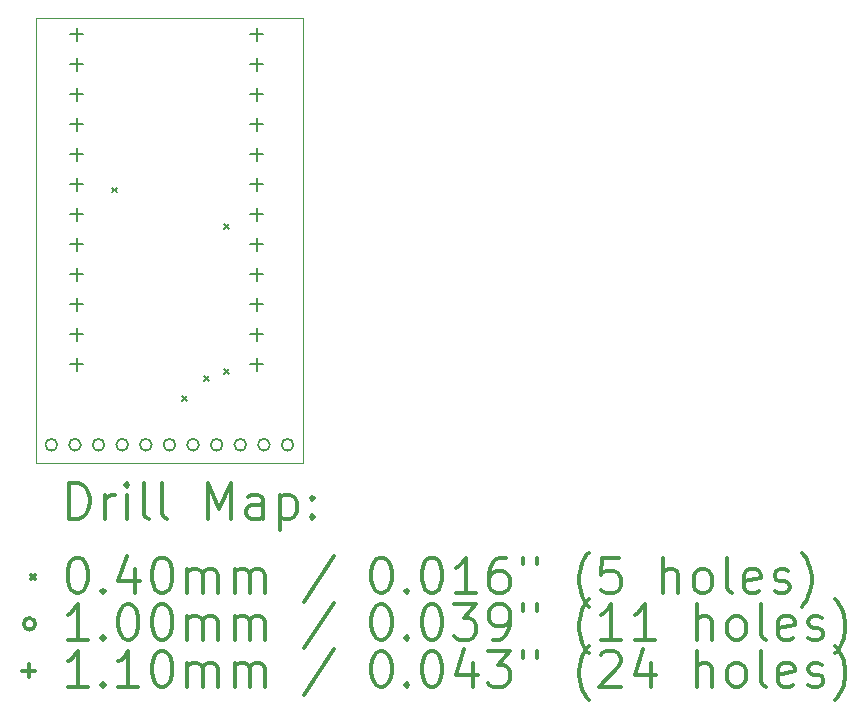
<source format=gbr>
%FSLAX45Y45*%
G04 Gerber Fmt 4.5, Leading zero omitted, Abs format (unit mm)*
G04 Created by KiCad (PCBNEW (5.1.9)-1) date 2021-12-26 22:52:55*
%MOMM*%
%LPD*%
G01*
G04 APERTURE LIST*
%TA.AperFunction,Profile*%
%ADD10C,0.050000*%
%TD*%
%ADD11C,0.200000*%
%ADD12C,0.300000*%
G04 APERTURE END LIST*
D10*
X14137640Y-7586472D02*
X14137640Y-7584440D01*
X16403320Y-7582916D02*
X14137640Y-7584440D01*
X16401796Y-11357356D02*
X16403320Y-7582916D01*
X14137132Y-11355832D02*
X14137640Y-7586472D01*
X16401796Y-11357356D02*
X14137132Y-11355832D01*
D11*
X14784390Y-9022654D02*
X14824390Y-9062654D01*
X14824390Y-9022654D02*
X14784390Y-9062654D01*
X15378496Y-10791256D02*
X15418496Y-10831256D01*
X15418496Y-10791256D02*
X15378496Y-10831256D01*
X15563916Y-10617012D02*
X15603916Y-10657012D01*
X15603916Y-10617012D02*
X15563916Y-10657012D01*
X15734604Y-9331772D02*
X15774604Y-9371772D01*
X15774604Y-9331772D02*
X15734604Y-9371772D01*
X15734604Y-10557068D02*
X15774604Y-10597068D01*
X15774604Y-10557068D02*
X15734604Y-10597068D01*
X14318956Y-11200000D02*
G75*
G03*
X14318956Y-11200000I-50000J0D01*
G01*
X14518956Y-11200000D02*
G75*
G03*
X14518956Y-11200000I-50000J0D01*
G01*
X14718956Y-11200000D02*
G75*
G03*
X14718956Y-11200000I-50000J0D01*
G01*
X14918956Y-11200000D02*
G75*
G03*
X14918956Y-11200000I-50000J0D01*
G01*
X15118956Y-11200000D02*
G75*
G03*
X15118956Y-11200000I-50000J0D01*
G01*
X15318956Y-11200000D02*
G75*
G03*
X15318956Y-11200000I-50000J0D01*
G01*
X15518956Y-11200000D02*
G75*
G03*
X15518956Y-11200000I-50000J0D01*
G01*
X15718956Y-11200000D02*
G75*
G03*
X15718956Y-11200000I-50000J0D01*
G01*
X15918956Y-11200000D02*
G75*
G03*
X15918956Y-11200000I-50000J0D01*
G01*
X16118956Y-11200000D02*
G75*
G03*
X16118956Y-11200000I-50000J0D01*
G01*
X16318956Y-11200000D02*
G75*
G03*
X16318956Y-11200000I-50000J0D01*
G01*
X14486128Y-7670664D02*
X14486128Y-7780664D01*
X14431128Y-7725664D02*
X14541128Y-7725664D01*
X14486128Y-7924664D02*
X14486128Y-8034664D01*
X14431128Y-7979664D02*
X14541128Y-7979664D01*
X14486128Y-8178664D02*
X14486128Y-8288664D01*
X14431128Y-8233664D02*
X14541128Y-8233664D01*
X14486128Y-8432664D02*
X14486128Y-8542664D01*
X14431128Y-8487664D02*
X14541128Y-8487664D01*
X14486128Y-8686664D02*
X14486128Y-8796664D01*
X14431128Y-8741664D02*
X14541128Y-8741664D01*
X14486128Y-8940664D02*
X14486128Y-9050664D01*
X14431128Y-8995664D02*
X14541128Y-8995664D01*
X14486128Y-9194664D02*
X14486128Y-9304664D01*
X14431128Y-9249664D02*
X14541128Y-9249664D01*
X14486128Y-9448664D02*
X14486128Y-9558664D01*
X14431128Y-9503664D02*
X14541128Y-9503664D01*
X14486128Y-9702664D02*
X14486128Y-9812664D01*
X14431128Y-9757664D02*
X14541128Y-9757664D01*
X14486128Y-9956664D02*
X14486128Y-10066664D01*
X14431128Y-10011664D02*
X14541128Y-10011664D01*
X14486128Y-10210664D02*
X14486128Y-10320664D01*
X14431128Y-10265664D02*
X14541128Y-10265664D01*
X14486128Y-10464664D02*
X14486128Y-10574664D01*
X14431128Y-10519664D02*
X14541128Y-10519664D01*
X16010128Y-7670664D02*
X16010128Y-7780664D01*
X15955128Y-7725664D02*
X16065128Y-7725664D01*
X16010128Y-7924664D02*
X16010128Y-8034664D01*
X15955128Y-7979664D02*
X16065128Y-7979664D01*
X16010128Y-8178664D02*
X16010128Y-8288664D01*
X15955128Y-8233664D02*
X16065128Y-8233664D01*
X16010128Y-8432664D02*
X16010128Y-8542664D01*
X15955128Y-8487664D02*
X16065128Y-8487664D01*
X16010128Y-8686664D02*
X16010128Y-8796664D01*
X15955128Y-8741664D02*
X16065128Y-8741664D01*
X16010128Y-8940664D02*
X16010128Y-9050664D01*
X15955128Y-8995664D02*
X16065128Y-8995664D01*
X16010128Y-9194664D02*
X16010128Y-9304664D01*
X15955128Y-9249664D02*
X16065128Y-9249664D01*
X16010128Y-9448664D02*
X16010128Y-9558664D01*
X15955128Y-9503664D02*
X16065128Y-9503664D01*
X16010128Y-9702664D02*
X16010128Y-9812664D01*
X15955128Y-9757664D02*
X16065128Y-9757664D01*
X16010128Y-9956664D02*
X16010128Y-10066664D01*
X15955128Y-10011664D02*
X16065128Y-10011664D01*
X16010128Y-10210664D02*
X16010128Y-10320664D01*
X15955128Y-10265664D02*
X16065128Y-10265664D01*
X16010128Y-10464664D02*
X16010128Y-10574664D01*
X15955128Y-10519664D02*
X16065128Y-10519664D01*
D12*
X14421060Y-11825570D02*
X14421060Y-11525570D01*
X14492489Y-11525570D01*
X14535346Y-11539856D01*
X14563918Y-11568427D01*
X14578203Y-11596999D01*
X14592489Y-11654142D01*
X14592489Y-11696999D01*
X14578203Y-11754142D01*
X14563918Y-11782713D01*
X14535346Y-11811285D01*
X14492489Y-11825570D01*
X14421060Y-11825570D01*
X14721060Y-11825570D02*
X14721060Y-11625570D01*
X14721060Y-11682713D02*
X14735346Y-11654142D01*
X14749632Y-11639856D01*
X14778203Y-11625570D01*
X14806775Y-11625570D01*
X14906775Y-11825570D02*
X14906775Y-11625570D01*
X14906775Y-11525570D02*
X14892489Y-11539856D01*
X14906775Y-11554142D01*
X14921060Y-11539856D01*
X14906775Y-11525570D01*
X14906775Y-11554142D01*
X15092489Y-11825570D02*
X15063918Y-11811285D01*
X15049632Y-11782713D01*
X15049632Y-11525570D01*
X15249632Y-11825570D02*
X15221060Y-11811285D01*
X15206775Y-11782713D01*
X15206775Y-11525570D01*
X15592489Y-11825570D02*
X15592489Y-11525570D01*
X15692489Y-11739856D01*
X15792489Y-11525570D01*
X15792489Y-11825570D01*
X16063918Y-11825570D02*
X16063918Y-11668427D01*
X16049632Y-11639856D01*
X16021060Y-11625570D01*
X15963918Y-11625570D01*
X15935346Y-11639856D01*
X16063918Y-11811285D02*
X16035346Y-11825570D01*
X15963918Y-11825570D01*
X15935346Y-11811285D01*
X15921060Y-11782713D01*
X15921060Y-11754142D01*
X15935346Y-11725570D01*
X15963918Y-11711285D01*
X16035346Y-11711285D01*
X16063918Y-11696999D01*
X16206775Y-11625570D02*
X16206775Y-11925570D01*
X16206775Y-11639856D02*
X16235346Y-11625570D01*
X16292489Y-11625570D01*
X16321060Y-11639856D01*
X16335346Y-11654142D01*
X16349632Y-11682713D01*
X16349632Y-11768427D01*
X16335346Y-11796999D01*
X16321060Y-11811285D01*
X16292489Y-11825570D01*
X16235346Y-11825570D01*
X16206775Y-11811285D01*
X16478203Y-11796999D02*
X16492489Y-11811285D01*
X16478203Y-11825570D01*
X16463918Y-11811285D01*
X16478203Y-11796999D01*
X16478203Y-11825570D01*
X16478203Y-11639856D02*
X16492489Y-11654142D01*
X16478203Y-11668427D01*
X16463918Y-11654142D01*
X16478203Y-11639856D01*
X16478203Y-11668427D01*
X14094632Y-12299856D02*
X14134632Y-12339856D01*
X14134632Y-12299856D02*
X14094632Y-12339856D01*
X14478203Y-12155570D02*
X14506775Y-12155570D01*
X14535346Y-12169856D01*
X14549632Y-12184142D01*
X14563918Y-12212713D01*
X14578203Y-12269856D01*
X14578203Y-12341285D01*
X14563918Y-12398427D01*
X14549632Y-12426999D01*
X14535346Y-12441285D01*
X14506775Y-12455570D01*
X14478203Y-12455570D01*
X14449632Y-12441285D01*
X14435346Y-12426999D01*
X14421060Y-12398427D01*
X14406775Y-12341285D01*
X14406775Y-12269856D01*
X14421060Y-12212713D01*
X14435346Y-12184142D01*
X14449632Y-12169856D01*
X14478203Y-12155570D01*
X14706775Y-12426999D02*
X14721060Y-12441285D01*
X14706775Y-12455570D01*
X14692489Y-12441285D01*
X14706775Y-12426999D01*
X14706775Y-12455570D01*
X14978203Y-12255570D02*
X14978203Y-12455570D01*
X14906775Y-12141285D02*
X14835346Y-12355570D01*
X15021060Y-12355570D01*
X15192489Y-12155570D02*
X15221060Y-12155570D01*
X15249632Y-12169856D01*
X15263918Y-12184142D01*
X15278203Y-12212713D01*
X15292489Y-12269856D01*
X15292489Y-12341285D01*
X15278203Y-12398427D01*
X15263918Y-12426999D01*
X15249632Y-12441285D01*
X15221060Y-12455570D01*
X15192489Y-12455570D01*
X15163918Y-12441285D01*
X15149632Y-12426999D01*
X15135346Y-12398427D01*
X15121060Y-12341285D01*
X15121060Y-12269856D01*
X15135346Y-12212713D01*
X15149632Y-12184142D01*
X15163918Y-12169856D01*
X15192489Y-12155570D01*
X15421060Y-12455570D02*
X15421060Y-12255570D01*
X15421060Y-12284142D02*
X15435346Y-12269856D01*
X15463918Y-12255570D01*
X15506775Y-12255570D01*
X15535346Y-12269856D01*
X15549632Y-12298427D01*
X15549632Y-12455570D01*
X15549632Y-12298427D02*
X15563918Y-12269856D01*
X15592489Y-12255570D01*
X15635346Y-12255570D01*
X15663918Y-12269856D01*
X15678203Y-12298427D01*
X15678203Y-12455570D01*
X15821060Y-12455570D02*
X15821060Y-12255570D01*
X15821060Y-12284142D02*
X15835346Y-12269856D01*
X15863918Y-12255570D01*
X15906775Y-12255570D01*
X15935346Y-12269856D01*
X15949632Y-12298427D01*
X15949632Y-12455570D01*
X15949632Y-12298427D02*
X15963918Y-12269856D01*
X15992489Y-12255570D01*
X16035346Y-12255570D01*
X16063918Y-12269856D01*
X16078203Y-12298427D01*
X16078203Y-12455570D01*
X16663918Y-12141285D02*
X16406775Y-12526999D01*
X17049632Y-12155570D02*
X17078203Y-12155570D01*
X17106775Y-12169856D01*
X17121060Y-12184142D01*
X17135346Y-12212713D01*
X17149632Y-12269856D01*
X17149632Y-12341285D01*
X17135346Y-12398427D01*
X17121060Y-12426999D01*
X17106775Y-12441285D01*
X17078203Y-12455570D01*
X17049632Y-12455570D01*
X17021060Y-12441285D01*
X17006775Y-12426999D01*
X16992489Y-12398427D01*
X16978203Y-12341285D01*
X16978203Y-12269856D01*
X16992489Y-12212713D01*
X17006775Y-12184142D01*
X17021060Y-12169856D01*
X17049632Y-12155570D01*
X17278203Y-12426999D02*
X17292489Y-12441285D01*
X17278203Y-12455570D01*
X17263918Y-12441285D01*
X17278203Y-12426999D01*
X17278203Y-12455570D01*
X17478203Y-12155570D02*
X17506775Y-12155570D01*
X17535346Y-12169856D01*
X17549632Y-12184142D01*
X17563918Y-12212713D01*
X17578203Y-12269856D01*
X17578203Y-12341285D01*
X17563918Y-12398427D01*
X17549632Y-12426999D01*
X17535346Y-12441285D01*
X17506775Y-12455570D01*
X17478203Y-12455570D01*
X17449632Y-12441285D01*
X17435346Y-12426999D01*
X17421060Y-12398427D01*
X17406775Y-12341285D01*
X17406775Y-12269856D01*
X17421060Y-12212713D01*
X17435346Y-12184142D01*
X17449632Y-12169856D01*
X17478203Y-12155570D01*
X17863918Y-12455570D02*
X17692489Y-12455570D01*
X17778203Y-12455570D02*
X17778203Y-12155570D01*
X17749632Y-12198427D01*
X17721060Y-12226999D01*
X17692489Y-12241285D01*
X18121060Y-12155570D02*
X18063918Y-12155570D01*
X18035346Y-12169856D01*
X18021060Y-12184142D01*
X17992489Y-12226999D01*
X17978203Y-12284142D01*
X17978203Y-12398427D01*
X17992489Y-12426999D01*
X18006775Y-12441285D01*
X18035346Y-12455570D01*
X18092489Y-12455570D01*
X18121060Y-12441285D01*
X18135346Y-12426999D01*
X18149632Y-12398427D01*
X18149632Y-12326999D01*
X18135346Y-12298427D01*
X18121060Y-12284142D01*
X18092489Y-12269856D01*
X18035346Y-12269856D01*
X18006775Y-12284142D01*
X17992489Y-12298427D01*
X17978203Y-12326999D01*
X18263918Y-12155570D02*
X18263918Y-12212713D01*
X18378203Y-12155570D02*
X18378203Y-12212713D01*
X18821060Y-12569856D02*
X18806775Y-12555570D01*
X18778203Y-12512713D01*
X18763918Y-12484142D01*
X18749632Y-12441285D01*
X18735346Y-12369856D01*
X18735346Y-12312713D01*
X18749632Y-12241285D01*
X18763918Y-12198427D01*
X18778203Y-12169856D01*
X18806775Y-12126999D01*
X18821060Y-12112713D01*
X19078203Y-12155570D02*
X18935346Y-12155570D01*
X18921060Y-12298427D01*
X18935346Y-12284142D01*
X18963918Y-12269856D01*
X19035346Y-12269856D01*
X19063918Y-12284142D01*
X19078203Y-12298427D01*
X19092489Y-12326999D01*
X19092489Y-12398427D01*
X19078203Y-12426999D01*
X19063918Y-12441285D01*
X19035346Y-12455570D01*
X18963918Y-12455570D01*
X18935346Y-12441285D01*
X18921060Y-12426999D01*
X19449632Y-12455570D02*
X19449632Y-12155570D01*
X19578203Y-12455570D02*
X19578203Y-12298427D01*
X19563918Y-12269856D01*
X19535346Y-12255570D01*
X19492489Y-12255570D01*
X19463918Y-12269856D01*
X19449632Y-12284142D01*
X19763918Y-12455570D02*
X19735346Y-12441285D01*
X19721060Y-12426999D01*
X19706775Y-12398427D01*
X19706775Y-12312713D01*
X19721060Y-12284142D01*
X19735346Y-12269856D01*
X19763918Y-12255570D01*
X19806775Y-12255570D01*
X19835346Y-12269856D01*
X19849632Y-12284142D01*
X19863918Y-12312713D01*
X19863918Y-12398427D01*
X19849632Y-12426999D01*
X19835346Y-12441285D01*
X19806775Y-12455570D01*
X19763918Y-12455570D01*
X20035346Y-12455570D02*
X20006775Y-12441285D01*
X19992489Y-12412713D01*
X19992489Y-12155570D01*
X20263918Y-12441285D02*
X20235346Y-12455570D01*
X20178203Y-12455570D01*
X20149632Y-12441285D01*
X20135346Y-12412713D01*
X20135346Y-12298427D01*
X20149632Y-12269856D01*
X20178203Y-12255570D01*
X20235346Y-12255570D01*
X20263918Y-12269856D01*
X20278203Y-12298427D01*
X20278203Y-12326999D01*
X20135346Y-12355570D01*
X20392489Y-12441285D02*
X20421060Y-12455570D01*
X20478203Y-12455570D01*
X20506775Y-12441285D01*
X20521060Y-12412713D01*
X20521060Y-12398427D01*
X20506775Y-12369856D01*
X20478203Y-12355570D01*
X20435346Y-12355570D01*
X20406775Y-12341285D01*
X20392489Y-12312713D01*
X20392489Y-12298427D01*
X20406775Y-12269856D01*
X20435346Y-12255570D01*
X20478203Y-12255570D01*
X20506775Y-12269856D01*
X20621060Y-12569856D02*
X20635346Y-12555570D01*
X20663918Y-12512713D01*
X20678203Y-12484142D01*
X20692489Y-12441285D01*
X20706775Y-12369856D01*
X20706775Y-12312713D01*
X20692489Y-12241285D01*
X20678203Y-12198427D01*
X20663918Y-12169856D01*
X20635346Y-12126999D01*
X20621060Y-12112713D01*
X14134632Y-12715856D02*
G75*
G03*
X14134632Y-12715856I-50000J0D01*
G01*
X14578203Y-12851570D02*
X14406775Y-12851570D01*
X14492489Y-12851570D02*
X14492489Y-12551570D01*
X14463918Y-12594427D01*
X14435346Y-12622999D01*
X14406775Y-12637285D01*
X14706775Y-12822999D02*
X14721060Y-12837285D01*
X14706775Y-12851570D01*
X14692489Y-12837285D01*
X14706775Y-12822999D01*
X14706775Y-12851570D01*
X14906775Y-12551570D02*
X14935346Y-12551570D01*
X14963918Y-12565856D01*
X14978203Y-12580142D01*
X14992489Y-12608713D01*
X15006775Y-12665856D01*
X15006775Y-12737285D01*
X14992489Y-12794427D01*
X14978203Y-12822999D01*
X14963918Y-12837285D01*
X14935346Y-12851570D01*
X14906775Y-12851570D01*
X14878203Y-12837285D01*
X14863918Y-12822999D01*
X14849632Y-12794427D01*
X14835346Y-12737285D01*
X14835346Y-12665856D01*
X14849632Y-12608713D01*
X14863918Y-12580142D01*
X14878203Y-12565856D01*
X14906775Y-12551570D01*
X15192489Y-12551570D02*
X15221060Y-12551570D01*
X15249632Y-12565856D01*
X15263918Y-12580142D01*
X15278203Y-12608713D01*
X15292489Y-12665856D01*
X15292489Y-12737285D01*
X15278203Y-12794427D01*
X15263918Y-12822999D01*
X15249632Y-12837285D01*
X15221060Y-12851570D01*
X15192489Y-12851570D01*
X15163918Y-12837285D01*
X15149632Y-12822999D01*
X15135346Y-12794427D01*
X15121060Y-12737285D01*
X15121060Y-12665856D01*
X15135346Y-12608713D01*
X15149632Y-12580142D01*
X15163918Y-12565856D01*
X15192489Y-12551570D01*
X15421060Y-12851570D02*
X15421060Y-12651570D01*
X15421060Y-12680142D02*
X15435346Y-12665856D01*
X15463918Y-12651570D01*
X15506775Y-12651570D01*
X15535346Y-12665856D01*
X15549632Y-12694427D01*
X15549632Y-12851570D01*
X15549632Y-12694427D02*
X15563918Y-12665856D01*
X15592489Y-12651570D01*
X15635346Y-12651570D01*
X15663918Y-12665856D01*
X15678203Y-12694427D01*
X15678203Y-12851570D01*
X15821060Y-12851570D02*
X15821060Y-12651570D01*
X15821060Y-12680142D02*
X15835346Y-12665856D01*
X15863918Y-12651570D01*
X15906775Y-12651570D01*
X15935346Y-12665856D01*
X15949632Y-12694427D01*
X15949632Y-12851570D01*
X15949632Y-12694427D02*
X15963918Y-12665856D01*
X15992489Y-12651570D01*
X16035346Y-12651570D01*
X16063918Y-12665856D01*
X16078203Y-12694427D01*
X16078203Y-12851570D01*
X16663918Y-12537285D02*
X16406775Y-12922999D01*
X17049632Y-12551570D02*
X17078203Y-12551570D01*
X17106775Y-12565856D01*
X17121060Y-12580142D01*
X17135346Y-12608713D01*
X17149632Y-12665856D01*
X17149632Y-12737285D01*
X17135346Y-12794427D01*
X17121060Y-12822999D01*
X17106775Y-12837285D01*
X17078203Y-12851570D01*
X17049632Y-12851570D01*
X17021060Y-12837285D01*
X17006775Y-12822999D01*
X16992489Y-12794427D01*
X16978203Y-12737285D01*
X16978203Y-12665856D01*
X16992489Y-12608713D01*
X17006775Y-12580142D01*
X17021060Y-12565856D01*
X17049632Y-12551570D01*
X17278203Y-12822999D02*
X17292489Y-12837285D01*
X17278203Y-12851570D01*
X17263918Y-12837285D01*
X17278203Y-12822999D01*
X17278203Y-12851570D01*
X17478203Y-12551570D02*
X17506775Y-12551570D01*
X17535346Y-12565856D01*
X17549632Y-12580142D01*
X17563918Y-12608713D01*
X17578203Y-12665856D01*
X17578203Y-12737285D01*
X17563918Y-12794427D01*
X17549632Y-12822999D01*
X17535346Y-12837285D01*
X17506775Y-12851570D01*
X17478203Y-12851570D01*
X17449632Y-12837285D01*
X17435346Y-12822999D01*
X17421060Y-12794427D01*
X17406775Y-12737285D01*
X17406775Y-12665856D01*
X17421060Y-12608713D01*
X17435346Y-12580142D01*
X17449632Y-12565856D01*
X17478203Y-12551570D01*
X17678203Y-12551570D02*
X17863918Y-12551570D01*
X17763918Y-12665856D01*
X17806775Y-12665856D01*
X17835346Y-12680142D01*
X17849632Y-12694427D01*
X17863918Y-12722999D01*
X17863918Y-12794427D01*
X17849632Y-12822999D01*
X17835346Y-12837285D01*
X17806775Y-12851570D01*
X17721060Y-12851570D01*
X17692489Y-12837285D01*
X17678203Y-12822999D01*
X18006775Y-12851570D02*
X18063918Y-12851570D01*
X18092489Y-12837285D01*
X18106775Y-12822999D01*
X18135346Y-12780142D01*
X18149632Y-12722999D01*
X18149632Y-12608713D01*
X18135346Y-12580142D01*
X18121060Y-12565856D01*
X18092489Y-12551570D01*
X18035346Y-12551570D01*
X18006775Y-12565856D01*
X17992489Y-12580142D01*
X17978203Y-12608713D01*
X17978203Y-12680142D01*
X17992489Y-12708713D01*
X18006775Y-12722999D01*
X18035346Y-12737285D01*
X18092489Y-12737285D01*
X18121060Y-12722999D01*
X18135346Y-12708713D01*
X18149632Y-12680142D01*
X18263918Y-12551570D02*
X18263918Y-12608713D01*
X18378203Y-12551570D02*
X18378203Y-12608713D01*
X18821060Y-12965856D02*
X18806775Y-12951570D01*
X18778203Y-12908713D01*
X18763918Y-12880142D01*
X18749632Y-12837285D01*
X18735346Y-12765856D01*
X18735346Y-12708713D01*
X18749632Y-12637285D01*
X18763918Y-12594427D01*
X18778203Y-12565856D01*
X18806775Y-12522999D01*
X18821060Y-12508713D01*
X19092489Y-12851570D02*
X18921060Y-12851570D01*
X19006775Y-12851570D02*
X19006775Y-12551570D01*
X18978203Y-12594427D01*
X18949632Y-12622999D01*
X18921060Y-12637285D01*
X19378203Y-12851570D02*
X19206775Y-12851570D01*
X19292489Y-12851570D02*
X19292489Y-12551570D01*
X19263918Y-12594427D01*
X19235346Y-12622999D01*
X19206775Y-12637285D01*
X19735346Y-12851570D02*
X19735346Y-12551570D01*
X19863918Y-12851570D02*
X19863918Y-12694427D01*
X19849632Y-12665856D01*
X19821060Y-12651570D01*
X19778203Y-12651570D01*
X19749632Y-12665856D01*
X19735346Y-12680142D01*
X20049632Y-12851570D02*
X20021060Y-12837285D01*
X20006775Y-12822999D01*
X19992489Y-12794427D01*
X19992489Y-12708713D01*
X20006775Y-12680142D01*
X20021060Y-12665856D01*
X20049632Y-12651570D01*
X20092489Y-12651570D01*
X20121060Y-12665856D01*
X20135346Y-12680142D01*
X20149632Y-12708713D01*
X20149632Y-12794427D01*
X20135346Y-12822999D01*
X20121060Y-12837285D01*
X20092489Y-12851570D01*
X20049632Y-12851570D01*
X20321060Y-12851570D02*
X20292489Y-12837285D01*
X20278203Y-12808713D01*
X20278203Y-12551570D01*
X20549632Y-12837285D02*
X20521060Y-12851570D01*
X20463918Y-12851570D01*
X20435346Y-12837285D01*
X20421060Y-12808713D01*
X20421060Y-12694427D01*
X20435346Y-12665856D01*
X20463918Y-12651570D01*
X20521060Y-12651570D01*
X20549632Y-12665856D01*
X20563918Y-12694427D01*
X20563918Y-12722999D01*
X20421060Y-12751570D01*
X20678203Y-12837285D02*
X20706775Y-12851570D01*
X20763918Y-12851570D01*
X20792489Y-12837285D01*
X20806775Y-12808713D01*
X20806775Y-12794427D01*
X20792489Y-12765856D01*
X20763918Y-12751570D01*
X20721060Y-12751570D01*
X20692489Y-12737285D01*
X20678203Y-12708713D01*
X20678203Y-12694427D01*
X20692489Y-12665856D01*
X20721060Y-12651570D01*
X20763918Y-12651570D01*
X20792489Y-12665856D01*
X20906775Y-12965856D02*
X20921060Y-12951570D01*
X20949632Y-12908713D01*
X20963918Y-12880142D01*
X20978203Y-12837285D01*
X20992489Y-12765856D01*
X20992489Y-12708713D01*
X20978203Y-12637285D01*
X20963918Y-12594427D01*
X20949632Y-12565856D01*
X20921060Y-12522999D01*
X20906775Y-12508713D01*
X14079632Y-13056856D02*
X14079632Y-13166856D01*
X14024632Y-13111856D02*
X14134632Y-13111856D01*
X14578203Y-13247570D02*
X14406775Y-13247570D01*
X14492489Y-13247570D02*
X14492489Y-12947570D01*
X14463918Y-12990427D01*
X14435346Y-13018999D01*
X14406775Y-13033285D01*
X14706775Y-13218999D02*
X14721060Y-13233285D01*
X14706775Y-13247570D01*
X14692489Y-13233285D01*
X14706775Y-13218999D01*
X14706775Y-13247570D01*
X15006775Y-13247570D02*
X14835346Y-13247570D01*
X14921060Y-13247570D02*
X14921060Y-12947570D01*
X14892489Y-12990427D01*
X14863918Y-13018999D01*
X14835346Y-13033285D01*
X15192489Y-12947570D02*
X15221060Y-12947570D01*
X15249632Y-12961856D01*
X15263918Y-12976142D01*
X15278203Y-13004713D01*
X15292489Y-13061856D01*
X15292489Y-13133285D01*
X15278203Y-13190427D01*
X15263918Y-13218999D01*
X15249632Y-13233285D01*
X15221060Y-13247570D01*
X15192489Y-13247570D01*
X15163918Y-13233285D01*
X15149632Y-13218999D01*
X15135346Y-13190427D01*
X15121060Y-13133285D01*
X15121060Y-13061856D01*
X15135346Y-13004713D01*
X15149632Y-12976142D01*
X15163918Y-12961856D01*
X15192489Y-12947570D01*
X15421060Y-13247570D02*
X15421060Y-13047570D01*
X15421060Y-13076142D02*
X15435346Y-13061856D01*
X15463918Y-13047570D01*
X15506775Y-13047570D01*
X15535346Y-13061856D01*
X15549632Y-13090427D01*
X15549632Y-13247570D01*
X15549632Y-13090427D02*
X15563918Y-13061856D01*
X15592489Y-13047570D01*
X15635346Y-13047570D01*
X15663918Y-13061856D01*
X15678203Y-13090427D01*
X15678203Y-13247570D01*
X15821060Y-13247570D02*
X15821060Y-13047570D01*
X15821060Y-13076142D02*
X15835346Y-13061856D01*
X15863918Y-13047570D01*
X15906775Y-13047570D01*
X15935346Y-13061856D01*
X15949632Y-13090427D01*
X15949632Y-13247570D01*
X15949632Y-13090427D02*
X15963918Y-13061856D01*
X15992489Y-13047570D01*
X16035346Y-13047570D01*
X16063918Y-13061856D01*
X16078203Y-13090427D01*
X16078203Y-13247570D01*
X16663918Y-12933285D02*
X16406775Y-13318999D01*
X17049632Y-12947570D02*
X17078203Y-12947570D01*
X17106775Y-12961856D01*
X17121060Y-12976142D01*
X17135346Y-13004713D01*
X17149632Y-13061856D01*
X17149632Y-13133285D01*
X17135346Y-13190427D01*
X17121060Y-13218999D01*
X17106775Y-13233285D01*
X17078203Y-13247570D01*
X17049632Y-13247570D01*
X17021060Y-13233285D01*
X17006775Y-13218999D01*
X16992489Y-13190427D01*
X16978203Y-13133285D01*
X16978203Y-13061856D01*
X16992489Y-13004713D01*
X17006775Y-12976142D01*
X17021060Y-12961856D01*
X17049632Y-12947570D01*
X17278203Y-13218999D02*
X17292489Y-13233285D01*
X17278203Y-13247570D01*
X17263918Y-13233285D01*
X17278203Y-13218999D01*
X17278203Y-13247570D01*
X17478203Y-12947570D02*
X17506775Y-12947570D01*
X17535346Y-12961856D01*
X17549632Y-12976142D01*
X17563918Y-13004713D01*
X17578203Y-13061856D01*
X17578203Y-13133285D01*
X17563918Y-13190427D01*
X17549632Y-13218999D01*
X17535346Y-13233285D01*
X17506775Y-13247570D01*
X17478203Y-13247570D01*
X17449632Y-13233285D01*
X17435346Y-13218999D01*
X17421060Y-13190427D01*
X17406775Y-13133285D01*
X17406775Y-13061856D01*
X17421060Y-13004713D01*
X17435346Y-12976142D01*
X17449632Y-12961856D01*
X17478203Y-12947570D01*
X17835346Y-13047570D02*
X17835346Y-13247570D01*
X17763918Y-12933285D02*
X17692489Y-13147570D01*
X17878203Y-13147570D01*
X17963918Y-12947570D02*
X18149632Y-12947570D01*
X18049632Y-13061856D01*
X18092489Y-13061856D01*
X18121060Y-13076142D01*
X18135346Y-13090427D01*
X18149632Y-13118999D01*
X18149632Y-13190427D01*
X18135346Y-13218999D01*
X18121060Y-13233285D01*
X18092489Y-13247570D01*
X18006775Y-13247570D01*
X17978203Y-13233285D01*
X17963918Y-13218999D01*
X18263918Y-12947570D02*
X18263918Y-13004713D01*
X18378203Y-12947570D02*
X18378203Y-13004713D01*
X18821060Y-13361856D02*
X18806775Y-13347570D01*
X18778203Y-13304713D01*
X18763918Y-13276142D01*
X18749632Y-13233285D01*
X18735346Y-13161856D01*
X18735346Y-13104713D01*
X18749632Y-13033285D01*
X18763918Y-12990427D01*
X18778203Y-12961856D01*
X18806775Y-12918999D01*
X18821060Y-12904713D01*
X18921060Y-12976142D02*
X18935346Y-12961856D01*
X18963918Y-12947570D01*
X19035346Y-12947570D01*
X19063918Y-12961856D01*
X19078203Y-12976142D01*
X19092489Y-13004713D01*
X19092489Y-13033285D01*
X19078203Y-13076142D01*
X18906775Y-13247570D01*
X19092489Y-13247570D01*
X19349632Y-13047570D02*
X19349632Y-13247570D01*
X19278203Y-12933285D02*
X19206775Y-13147570D01*
X19392489Y-13147570D01*
X19735346Y-13247570D02*
X19735346Y-12947570D01*
X19863918Y-13247570D02*
X19863918Y-13090427D01*
X19849632Y-13061856D01*
X19821060Y-13047570D01*
X19778203Y-13047570D01*
X19749632Y-13061856D01*
X19735346Y-13076142D01*
X20049632Y-13247570D02*
X20021060Y-13233285D01*
X20006775Y-13218999D01*
X19992489Y-13190427D01*
X19992489Y-13104713D01*
X20006775Y-13076142D01*
X20021060Y-13061856D01*
X20049632Y-13047570D01*
X20092489Y-13047570D01*
X20121060Y-13061856D01*
X20135346Y-13076142D01*
X20149632Y-13104713D01*
X20149632Y-13190427D01*
X20135346Y-13218999D01*
X20121060Y-13233285D01*
X20092489Y-13247570D01*
X20049632Y-13247570D01*
X20321060Y-13247570D02*
X20292489Y-13233285D01*
X20278203Y-13204713D01*
X20278203Y-12947570D01*
X20549632Y-13233285D02*
X20521060Y-13247570D01*
X20463918Y-13247570D01*
X20435346Y-13233285D01*
X20421060Y-13204713D01*
X20421060Y-13090427D01*
X20435346Y-13061856D01*
X20463918Y-13047570D01*
X20521060Y-13047570D01*
X20549632Y-13061856D01*
X20563918Y-13090427D01*
X20563918Y-13118999D01*
X20421060Y-13147570D01*
X20678203Y-13233285D02*
X20706775Y-13247570D01*
X20763918Y-13247570D01*
X20792489Y-13233285D01*
X20806775Y-13204713D01*
X20806775Y-13190427D01*
X20792489Y-13161856D01*
X20763918Y-13147570D01*
X20721060Y-13147570D01*
X20692489Y-13133285D01*
X20678203Y-13104713D01*
X20678203Y-13090427D01*
X20692489Y-13061856D01*
X20721060Y-13047570D01*
X20763918Y-13047570D01*
X20792489Y-13061856D01*
X20906775Y-13361856D02*
X20921060Y-13347570D01*
X20949632Y-13304713D01*
X20963918Y-13276142D01*
X20978203Y-13233285D01*
X20992489Y-13161856D01*
X20992489Y-13104713D01*
X20978203Y-13033285D01*
X20963918Y-12990427D01*
X20949632Y-12961856D01*
X20921060Y-12918999D01*
X20906775Y-12904713D01*
M02*

</source>
